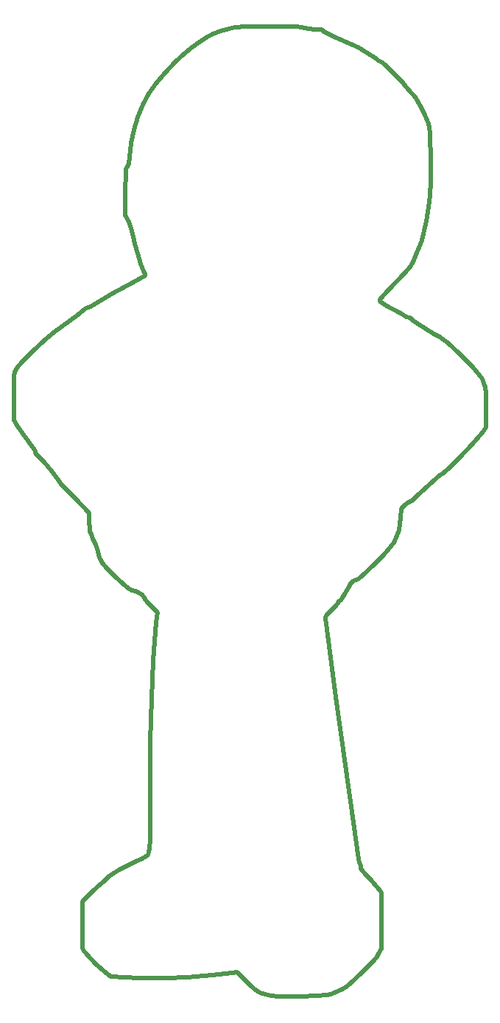
<source format=gm1>
G04 #@! TF.GenerationSoftware,KiCad,Pcbnew,7.0.2*
G04 #@! TF.CreationDate,2023-05-27T23:51:10-07:00*
G04 #@! TF.ProjectId,meeseeks-sao,6d656573-6565-46b7-932d-73616f2e6b69,rev?*
G04 #@! TF.SameCoordinates,Original*
G04 #@! TF.FileFunction,Profile,NP*
%FSLAX46Y46*%
G04 Gerber Fmt 4.6, Leading zero omitted, Abs format (unit mm)*
G04 Created by KiCad (PCBNEW 7.0.2) date 2023-05-27 23:51:10*
%MOMM*%
%LPD*%
G01*
G04 APERTURE LIST*
G04 #@! TA.AperFunction,Profile*
%ADD10C,0.500000*%
G04 #@! TD*
G04 APERTURE END LIST*
D10*
X148338251Y-139310821D02*
X148856511Y-139626103D01*
X129410193Y-87008308D02*
X129623146Y-87444156D01*
X135384754Y-37614499D02*
X134783136Y-39021166D01*
X145958186Y-28698723D02*
X145958215Y-28698736D01*
X147228340Y-28648320D02*
X145958186Y-28698723D01*
X149587211Y-28618078D02*
X147228340Y-28648320D01*
X152259694Y-28638239D02*
X149587211Y-28618078D01*
X153014620Y-28681082D02*
X152259694Y-28638239D01*
X153574655Y-28752486D02*
X153014620Y-28681082D01*
X154397905Y-28866734D02*
X153574655Y-28752486D01*
X155187555Y-28940658D02*
X154397905Y-28866734D01*
X155864078Y-29016823D02*
X155187555Y-28940658D01*
X156049450Y-29096908D02*
X155864078Y-29016823D01*
X156218020Y-29227396D02*
X156049450Y-29096908D01*
X156672768Y-29506293D02*
X156218020Y-29227396D01*
X157382892Y-29818792D02*
X156672768Y-29506293D01*
X158761145Y-30392129D02*
X157382892Y-29818792D01*
X160048669Y-31018388D02*
X158761145Y-30392129D01*
X161188342Y-31669849D02*
X160048669Y-31018388D01*
X162123040Y-32318790D02*
X161188342Y-31669849D01*
X162543068Y-32608888D02*
X162123040Y-32318790D01*
X162795084Y-32730976D02*
X162543068Y-32608888D01*
X163234990Y-33080298D02*
X162795084Y-32730976D01*
X164063002Y-33858886D02*
X163234990Y-33080298D01*
X164864132Y-34662677D02*
X164063002Y-33858886D01*
X165223395Y-35087603D02*
X164864132Y-34662677D01*
X165422767Y-35359780D02*
X165223395Y-35087603D01*
X165904397Y-35894053D02*
X165422767Y-35359780D01*
X166668425Y-36808449D02*
X165904397Y-35894053D01*
X167298885Y-37758971D02*
X166668425Y-36808449D01*
X167803336Y-38758217D02*
X167298885Y-37758971D01*
X168189340Y-39818785D02*
X167803336Y-38758217D01*
X168305267Y-40269619D02*
X168189340Y-39818785D01*
X168370791Y-40905260D02*
X168305267Y-40269619D01*
X168431275Y-44075063D02*
X168370791Y-40905260D01*
X168438836Y-46434491D02*
X168431275Y-44075063D01*
X168384232Y-48031148D02*
X168438836Y-46434491D01*
X168232183Y-49372429D02*
X168384232Y-48031148D01*
X167947405Y-50965727D02*
X168232183Y-49372429D01*
X167694969Y-52131299D02*
X167947405Y-50965727D01*
X167419852Y-53159943D02*
X167694969Y-52131299D01*
X167119533Y-54059219D02*
X167419852Y-53159943D01*
X166791492Y-54836687D02*
X167119533Y-54059219D01*
X166505874Y-55466167D02*
X166791492Y-54836687D01*
X166388267Y-55813388D02*
X166505874Y-55466167D01*
X166119450Y-56204293D02*
X166388267Y-55813388D01*
X165474288Y-56924499D02*
X166119450Y-56204293D01*
X163538808Y-58967507D02*
X165474288Y-56924499D01*
X162728997Y-59883725D02*
X163538808Y-58967507D01*
X162610129Y-60086458D02*
X162728997Y-59883725D01*
X162624830Y-60195104D02*
X162610129Y-60086458D01*
X162905966Y-60400076D02*
X162624830Y-60195104D01*
X163422319Y-60705855D02*
X162905966Y-60400076D01*
X164981457Y-61601911D02*
X163422319Y-60705855D01*
X165647900Y-61969294D02*
X164981457Y-61601911D01*
X166011923Y-62121623D02*
X165647900Y-61969294D01*
X166195614Y-62197788D02*
X166011923Y-62121623D01*
X166433070Y-62381480D02*
X166195614Y-62197788D01*
X166960771Y-62769584D02*
X166433070Y-62381480D01*
X167865650Y-63362660D02*
X166960771Y-62769584D01*
X168815891Y-63949017D02*
X167865650Y-63362660D01*
X169479673Y-64316960D02*
X168815891Y-63949017D01*
X169842982Y-64554797D02*
X169479673Y-64316960D01*
X170393516Y-64999918D02*
X169842982Y-64554797D01*
X171803827Y-66272597D02*
X170393516Y-64999918D01*
X173205735Y-67656166D02*
X171803827Y-66272597D01*
X173745766Y-68239898D02*
X173205735Y-67656166D01*
X174094370Y-68671790D02*
X173745766Y-68239898D01*
X174373268Y-69150060D02*
X174094370Y-68671790D01*
X174551359Y-69594727D02*
X174373268Y-69150060D01*
X174644325Y-69901628D02*
X174551359Y-69594727D01*
X174730571Y-70060678D02*
X174644325Y-69901628D01*
X174787694Y-70771922D02*
X174730571Y-70060678D01*
X174811216Y-72417305D02*
X174787694Y-70771922D01*
X174811216Y-74729129D02*
X174811216Y-72417305D01*
X174354227Y-75302605D02*
X174811216Y-74729129D01*
X173208405Y-76626530D02*
X174354227Y-75302605D01*
X171780319Y-78158788D02*
X173208405Y-76626530D01*
X170523599Y-79425588D02*
X171780319Y-78158788D01*
X170101262Y-79811383D02*
X170523599Y-79425588D01*
X169891878Y-79953142D02*
X170101262Y-79811383D01*
X169512176Y-80204316D02*
X169891878Y-79953142D01*
X168749412Y-80840232D02*
X169512176Y-80204316D01*
X167805196Y-81684482D02*
X168749412Y-80840232D01*
X166881140Y-82560655D02*
X167805196Y-81684482D01*
X166339027Y-83059087D02*
X166881140Y-82560655D01*
X166038848Y-83268540D02*
X166339027Y-83059087D01*
X165829394Y-83373827D02*
X166038848Y-83268540D01*
X165492253Y-83626962D02*
X165829394Y-83373827D01*
X165071106Y-83985384D02*
X165492253Y-83626962D01*
X165017342Y-84988966D02*
X165071106Y-83985384D01*
X164947758Y-85783932D02*
X165017342Y-84988966D01*
X164803408Y-86469693D02*
X164947758Y-85783932D01*
X164559933Y-87138654D02*
X164803408Y-86469693D01*
X164192970Y-87883220D02*
X164559933Y-87138654D01*
X163928493Y-88319907D02*
X164192970Y-87883220D01*
X163562370Y-88782635D02*
X163928493Y-88319907D01*
X162969433Y-89411694D02*
X163562370Y-88782635D01*
X162024514Y-90347373D02*
X162969433Y-89411694D01*
X160484417Y-91815786D02*
X162024514Y-90347373D01*
X160102893Y-92100144D02*
X160484417Y-91815786D01*
X159811254Y-92229092D02*
X160102893Y-92100144D01*
X159557278Y-92318277D02*
X159811254Y-92229092D01*
X159385627Y-92438545D02*
X159557278Y-92318277D01*
X159234138Y-92651219D02*
X159385627Y-92438545D01*
X159040646Y-93017622D02*
X159234138Y-92651219D01*
X158565737Y-93824072D02*
X159040646Y-93017622D01*
X158455970Y-93966321D02*
X158565737Y-93824072D01*
X158413408Y-94074967D02*
X158455970Y-93966321D01*
X158320442Y-94228416D02*
X158413408Y-94074967D01*
X158099789Y-94469231D02*
X158320442Y-94228416D01*
X157879136Y-94714526D02*
X158099789Y-94469231D01*
X157786170Y-94872456D02*
X157879136Y-94714526D01*
X157565515Y-95158075D02*
X157786170Y-94872456D01*
X157042443Y-95705790D02*
X157565515Y-95158075D01*
X156464487Y-96330789D02*
X157042443Y-95705790D01*
X156344359Y-96517281D02*
X156464487Y-96330789D01*
X156316638Y-96646649D02*
X156344359Y-96517281D01*
X156486888Y-97874246D02*
X156316638Y-96646649D01*
X157562156Y-105714744D02*
X156486888Y-97874246D01*
X159644360Y-120695691D02*
X157562156Y-105714744D01*
X160103728Y-123760344D02*
X159644360Y-120695691D01*
X160295120Y-124702183D02*
X160103728Y-123760344D01*
X160360084Y-124861234D02*
X160295120Y-124702183D01*
X160384726Y-125114369D02*
X160360084Y-124861234D01*
X160407827Y-125303661D02*
X160384726Y-125114369D01*
X160502334Y-125492953D02*
X160407827Y-125303661D01*
X161056769Y-126100032D02*
X160502334Y-125492953D01*
X161607845Y-126679108D02*
X161056769Y-126100032D01*
X161970748Y-127130497D02*
X161607845Y-126679108D01*
X162508382Y-127811499D02*
X161970748Y-127130497D01*
X162813042Y-128134079D02*
X162508382Y-127811499D01*
X162786161Y-131350913D02*
X162813042Y-128134079D01*
X162759279Y-134567747D02*
X162786161Y-131350913D01*
X162472541Y-135159142D02*
X162759279Y-134567747D01*
X162262948Y-135515324D02*
X162472541Y-135159142D01*
X161938267Y-135925270D02*
X162262948Y-135515324D01*
X160590823Y-137309677D02*
X161938267Y-135925270D01*
X159152653Y-138663841D02*
X160590823Y-137309677D01*
X158708265Y-138999442D02*
X159152653Y-138663841D01*
X158278998Y-139245157D02*
X158708265Y-138999442D01*
X157361660Y-139680024D02*
X158278998Y-139245157D01*
X156959065Y-139818177D02*
X157361660Y-139680024D01*
X156524970Y-139914959D02*
X156959065Y-139818177D01*
X155355619Y-140018845D02*
X156524970Y-139914959D01*
X153440298Y-140060568D02*
X155355619Y-140018845D01*
X150960050Y-140045867D02*
X153440298Y-140060568D01*
X150105351Y-139976300D02*
X150960050Y-140045867D01*
X149424858Y-139842154D02*
X150105351Y-139976300D01*
X148856511Y-139626103D02*
X149424858Y-139842154D01*
X147808021Y-138878981D02*
X148338251Y-139310821D01*
X147203760Y-138313258D02*
X147808021Y-138878981D01*
X146164336Y-137309677D02*
X147203760Y-138313258D01*
X145635663Y-137390322D02*
X146164336Y-137309677D01*
X143355211Y-137642338D02*
X145635663Y-137390322D01*
X140402704Y-137847311D02*
X143355211Y-137642338D01*
X138015692Y-137908915D02*
X140402704Y-137847311D01*
X135251495Y-137910034D02*
X138015692Y-137908915D01*
X132878763Y-137857391D02*
X135251495Y-137910034D01*
X132079400Y-137813009D02*
X132878763Y-137857391D01*
X131666146Y-137757705D02*
X132079400Y-137813009D01*
X131427570Y-137634077D02*
X131666146Y-137757705D01*
X131088189Y-137373521D02*
X131427570Y-137634077D01*
X129945717Y-136297134D02*
X131088189Y-137373521D01*
X128956696Y-135271149D02*
X129945717Y-136297134D01*
X128485146Y-134702154D02*
X128956696Y-135271149D01*
X128439924Y-134432503D02*
X128485146Y-134702154D01*
X128412342Y-133875549D02*
X128439924Y-134432503D01*
X128413462Y-131798934D02*
X128412342Y-133875549D01*
X128440344Y-129146615D02*
X128413462Y-131798934D01*
X129605215Y-127981743D02*
X128440344Y-129146615D01*
X130449747Y-127160732D02*
X129605215Y-127981743D01*
X130850732Y-126816871D02*
X130449747Y-127160732D01*
X131486931Y-126297159D02*
X130850732Y-126816871D01*
X131995730Y-125885953D02*
X131486931Y-126297159D01*
X132654055Y-125473907D02*
X131995730Y-125885953D01*
X133490469Y-125043380D02*
X132654055Y-125473907D01*
X134533534Y-124576731D02*
X133490469Y-125043380D01*
X135293502Y-124244211D02*
X134533534Y-124576731D01*
X135720808Y-124006616D02*
X135293502Y-124244211D01*
X135939782Y-123774061D02*
X135720808Y-124006616D01*
X136074750Y-123456662D02*
X135939782Y-123774061D01*
X136154835Y-123028651D02*
X136074750Y-123456662D01*
X136197958Y-122042006D02*
X136154835Y-123028651D01*
X136200198Y-116467420D02*
X136197958Y-122042006D01*
X136221479Y-110685757D02*
X136200198Y-116467420D01*
X136336846Y-105825633D02*
X136221479Y-110685757D01*
X136563100Y-101440978D02*
X136336846Y-105825633D01*
X136917042Y-97085721D02*
X136563100Y-101440978D01*
X137024569Y-95983572D02*
X136917042Y-97085721D01*
X136334606Y-95284648D02*
X137024569Y-95983572D01*
X135852977Y-94750374D02*
X136334606Y-95284648D01*
X135653604Y-94451315D02*
X135852977Y-94750374D01*
X135542717Y-94255302D02*
X135653604Y-94451315D01*
X135277260Y-93958484D02*
X135542717Y-94255302D01*
X134890836Y-93663905D02*
X135277260Y-93958484D01*
X134703924Y-93584239D02*
X134890836Y-93663905D01*
X134497691Y-93537336D02*
X134703924Y-93584239D01*
X134067584Y-93429390D02*
X134497691Y-93537336D01*
X133630757Y-93177794D02*
X134067584Y-93429390D01*
X133035999Y-92669142D02*
X133630757Y-93177794D01*
X132132102Y-91790027D02*
X133035999Y-92669142D01*
X131224566Y-90875211D02*
X132132102Y-91790027D01*
X130698413Y-90237612D02*
X131224566Y-90875211D01*
X130530577Y-89951889D02*
X130698413Y-90237612D01*
X130400754Y-89650415D02*
X130530577Y-89951889D01*
X130178700Y-88886807D02*
X130400754Y-89650415D01*
X129941246Y-88168841D02*
X130178700Y-88886807D01*
X129623146Y-87444156D02*
X129941246Y-88168841D01*
X129297206Y-86665706D02*
X129410193Y-87008308D01*
X129246383Y-86250860D02*
X129297206Y-86665706D01*
X129219921Y-85598279D02*
X129246383Y-86250860D01*
X129184079Y-84487169D02*
X129219921Y-85598279D01*
X127580137Y-82865308D02*
X129184079Y-84487169D01*
X125976196Y-81180721D02*
X127580137Y-82865308D01*
X125641434Y-80694896D02*
X125976196Y-81180721D01*
X124863963Y-79726874D02*
X125641434Y-80694896D01*
X123984006Y-78688286D02*
X124863963Y-79726874D01*
X123341784Y-77990761D02*
X123984006Y-78688286D01*
X123113290Y-77734265D02*
X123341784Y-77990761D01*
X123019204Y-77551694D02*
X123113290Y-77734265D01*
X122966561Y-77392644D02*
X123019204Y-77551694D01*
X122839993Y-77193272D02*
X122966561Y-77392644D01*
X121631437Y-75553491D02*
X122839993Y-77193272D01*
X120913472Y-74451342D02*
X121631437Y-75553491D01*
X120555050Y-73815143D02*
X120913472Y-74451342D01*
X120555050Y-71126985D02*
X120555050Y-73815143D01*
X120581931Y-68734524D02*
X120555050Y-71126985D01*
X120645775Y-68314499D02*
X120581931Y-68734524D01*
X120770103Y-68035602D02*
X120645775Y-68314499D01*
X120993888Y-67733219D02*
X120770103Y-68035602D01*
X121419602Y-67252954D02*
X120993888Y-67733219D01*
X122652938Y-65981393D02*
X121419602Y-67252954D01*
X124022362Y-64666149D02*
X122652938Y-65981393D01*
X125080127Y-63752450D02*
X124022362Y-64666149D01*
X127929576Y-61718403D02*
X125080127Y-63752450D01*
X128503052Y-61243494D02*
X127929576Y-61718403D01*
X128849152Y-60978037D02*
X128503052Y-61243494D01*
X129094448Y-60867150D02*
X128849152Y-60978037D01*
X129366625Y-60773065D02*
X129094448Y-60867150D01*
X129793372Y-60544570D02*
X129366625Y-60773065D01*
X131902461Y-59325934D02*
X129793372Y-60544570D01*
X134219881Y-58053534D02*
X131902461Y-59325934D01*
X135590846Y-57291887D02*
X134219881Y-58053534D01*
X135576285Y-57101475D02*
X135590846Y-57291887D01*
X135447477Y-56736333D02*
X135576285Y-57101475D01*
X135107115Y-55861142D02*
X135447477Y-56736333D01*
X134747433Y-54754932D02*
X135107115Y-55861142D01*
X134433113Y-53640320D02*
X134747433Y-54754932D01*
X134228840Y-52739922D02*
X134433113Y-53640320D01*
X134023868Y-51830425D02*
X134228840Y-52739922D01*
X133718090Y-51055336D02*
X134023868Y-51830425D01*
X133368629Y-50338492D02*
X133718090Y-51055336D01*
X133368629Y-47677207D02*
X133368629Y-50338492D01*
X133396631Y-45342973D02*
X133368629Y-47677207D01*
X133455574Y-44957948D02*
X133396631Y-45342973D01*
X133565761Y-44756055D02*
X133455574Y-44957948D01*
X133662927Y-44589444D02*
X133565761Y-44756055D01*
X133731532Y-44370751D02*
X133662927Y-44589444D01*
X133816657Y-43609102D02*
X133731532Y-44370751D01*
X133999928Y-42015948D02*
X133816657Y-43609102D01*
X134321807Y-40487476D02*
X133999928Y-42015948D01*
X134783136Y-39021166D02*
X134321807Y-40487476D01*
X136066739Y-36375143D02*
X135384754Y-37614499D01*
X136875572Y-35199630D02*
X136066739Y-36375143D01*
X137870897Y-34010675D02*
X136875572Y-35199630D01*
X139112356Y-32730994D02*
X137870897Y-34010675D01*
X140108934Y-31795873D02*
X139112356Y-32730994D01*
X141009748Y-31029604D02*
X140108934Y-31795873D01*
X141846719Y-30406144D02*
X141009748Y-31029604D01*
X142651770Y-29899452D02*
X141846719Y-30406144D01*
X143419157Y-29515268D02*
X142651770Y-29899452D01*
X144328514Y-29151245D02*
X143419157Y-29515268D01*
X145226110Y-28861146D02*
X144328514Y-29151245D01*
X145958215Y-28698736D02*
X145226110Y-28861146D01*
M02*

</source>
